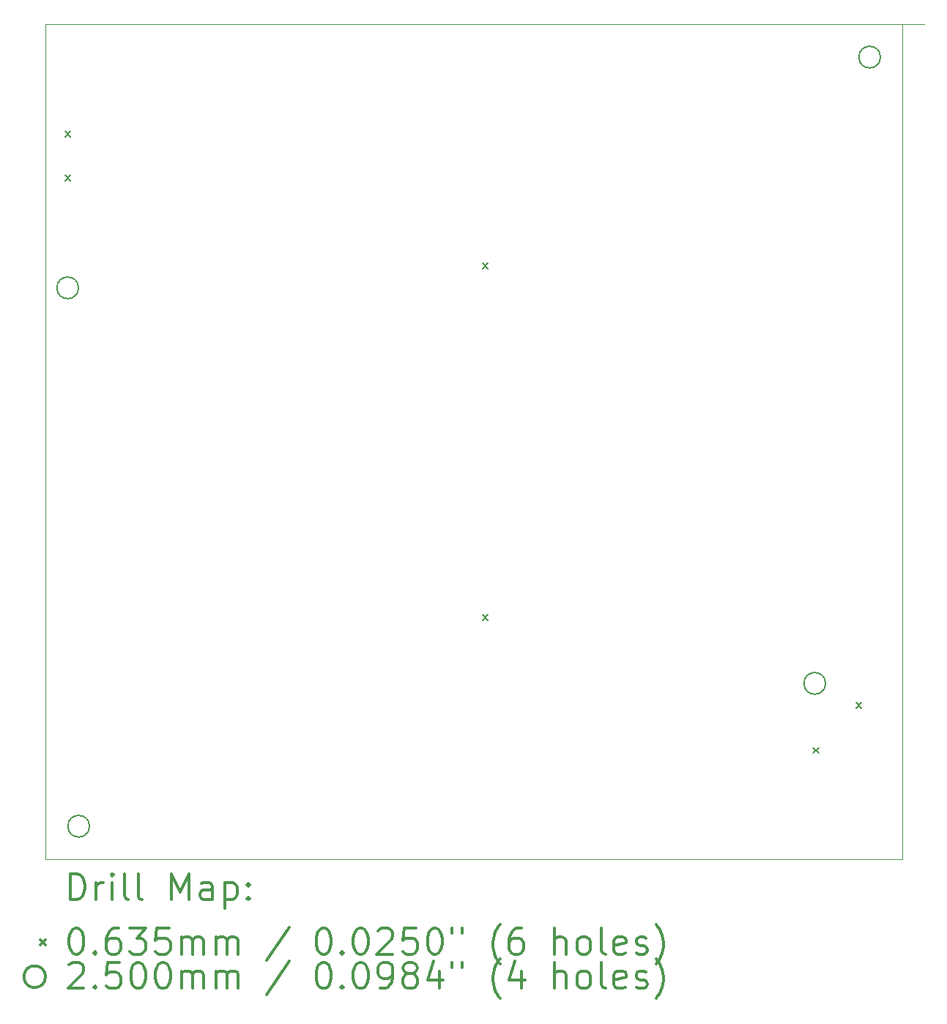
<source format=gbr>
%FSLAX45Y45*%
G04 Gerber Fmt 4.5, Leading zero omitted, Abs format (unit mm)*
G04 Created by KiCad (PCBNEW (5.1.12)-1) date 2021-11-29 17:29:29*
%MOMM*%
%LPD*%
G01*
G04 APERTURE LIST*
%TA.AperFunction,Profile*%
%ADD10C,0.050000*%
%TD*%
%ADD11C,0.200000*%
%ADD12C,0.300000*%
G04 APERTURE END LIST*
D10*
X14986000Y-12192000D02*
X14986000Y-2540000D01*
X5080000Y-12192000D02*
X14986000Y-12192000D01*
X15036800Y-2540000D02*
X15240000Y-2540000D01*
X15036800Y-2540000D02*
X5080000Y-2540000D01*
X5080000Y-2540000D02*
X5080000Y-12192000D01*
D11*
X5302250Y-3778250D02*
X5365750Y-3841750D01*
X5365750Y-3778250D02*
X5302250Y-3841750D01*
X5302250Y-4286250D02*
X5365750Y-4349750D01*
X5365750Y-4286250D02*
X5302250Y-4349750D01*
X10128250Y-5302250D02*
X10191750Y-5365750D01*
X10191750Y-5302250D02*
X10128250Y-5365750D01*
X10128250Y-9366250D02*
X10191750Y-9429750D01*
X10191750Y-9366250D02*
X10128250Y-9429750D01*
X13952250Y-10904250D02*
X14015750Y-10967750D01*
X14015750Y-10904250D02*
X13952250Y-10967750D01*
X14446250Y-10382250D02*
X14509750Y-10445750D01*
X14509750Y-10382250D02*
X14446250Y-10445750D01*
X5459000Y-5588000D02*
G75*
G03*
X5459000Y-5588000I-125000J0D01*
G01*
X5586000Y-11811000D02*
G75*
G03*
X5586000Y-11811000I-125000J0D01*
G01*
X14095000Y-10160000D02*
G75*
G03*
X14095000Y-10160000I-125000J0D01*
G01*
X14730000Y-2921000D02*
G75*
G03*
X14730000Y-2921000I-125000J0D01*
G01*
D12*
X5363928Y-12660214D02*
X5363928Y-12360214D01*
X5435357Y-12360214D01*
X5478214Y-12374500D01*
X5506786Y-12403071D01*
X5521071Y-12431643D01*
X5535357Y-12488786D01*
X5535357Y-12531643D01*
X5521071Y-12588786D01*
X5506786Y-12617357D01*
X5478214Y-12645929D01*
X5435357Y-12660214D01*
X5363928Y-12660214D01*
X5663928Y-12660214D02*
X5663928Y-12460214D01*
X5663928Y-12517357D02*
X5678214Y-12488786D01*
X5692500Y-12474500D01*
X5721071Y-12460214D01*
X5749643Y-12460214D01*
X5849643Y-12660214D02*
X5849643Y-12460214D01*
X5849643Y-12360214D02*
X5835357Y-12374500D01*
X5849643Y-12388786D01*
X5863928Y-12374500D01*
X5849643Y-12360214D01*
X5849643Y-12388786D01*
X6035357Y-12660214D02*
X6006786Y-12645929D01*
X5992500Y-12617357D01*
X5992500Y-12360214D01*
X6192500Y-12660214D02*
X6163928Y-12645929D01*
X6149643Y-12617357D01*
X6149643Y-12360214D01*
X6535357Y-12660214D02*
X6535357Y-12360214D01*
X6635357Y-12574500D01*
X6735357Y-12360214D01*
X6735357Y-12660214D01*
X7006786Y-12660214D02*
X7006786Y-12503071D01*
X6992500Y-12474500D01*
X6963928Y-12460214D01*
X6906786Y-12460214D01*
X6878214Y-12474500D01*
X7006786Y-12645929D02*
X6978214Y-12660214D01*
X6906786Y-12660214D01*
X6878214Y-12645929D01*
X6863928Y-12617357D01*
X6863928Y-12588786D01*
X6878214Y-12560214D01*
X6906786Y-12545929D01*
X6978214Y-12545929D01*
X7006786Y-12531643D01*
X7149643Y-12460214D02*
X7149643Y-12760214D01*
X7149643Y-12474500D02*
X7178214Y-12460214D01*
X7235357Y-12460214D01*
X7263928Y-12474500D01*
X7278214Y-12488786D01*
X7292500Y-12517357D01*
X7292500Y-12603071D01*
X7278214Y-12631643D01*
X7263928Y-12645929D01*
X7235357Y-12660214D01*
X7178214Y-12660214D01*
X7149643Y-12645929D01*
X7421071Y-12631643D02*
X7435357Y-12645929D01*
X7421071Y-12660214D01*
X7406786Y-12645929D01*
X7421071Y-12631643D01*
X7421071Y-12660214D01*
X7421071Y-12474500D02*
X7435357Y-12488786D01*
X7421071Y-12503071D01*
X7406786Y-12488786D01*
X7421071Y-12474500D01*
X7421071Y-12503071D01*
X5014000Y-13122750D02*
X5077500Y-13186250D01*
X5077500Y-13122750D02*
X5014000Y-13186250D01*
X5421071Y-12990214D02*
X5449643Y-12990214D01*
X5478214Y-13004500D01*
X5492500Y-13018786D01*
X5506786Y-13047357D01*
X5521071Y-13104500D01*
X5521071Y-13175929D01*
X5506786Y-13233071D01*
X5492500Y-13261643D01*
X5478214Y-13275929D01*
X5449643Y-13290214D01*
X5421071Y-13290214D01*
X5392500Y-13275929D01*
X5378214Y-13261643D01*
X5363928Y-13233071D01*
X5349643Y-13175929D01*
X5349643Y-13104500D01*
X5363928Y-13047357D01*
X5378214Y-13018786D01*
X5392500Y-13004500D01*
X5421071Y-12990214D01*
X5649643Y-13261643D02*
X5663928Y-13275929D01*
X5649643Y-13290214D01*
X5635357Y-13275929D01*
X5649643Y-13261643D01*
X5649643Y-13290214D01*
X5921071Y-12990214D02*
X5863928Y-12990214D01*
X5835357Y-13004500D01*
X5821071Y-13018786D01*
X5792500Y-13061643D01*
X5778214Y-13118786D01*
X5778214Y-13233071D01*
X5792500Y-13261643D01*
X5806786Y-13275929D01*
X5835357Y-13290214D01*
X5892500Y-13290214D01*
X5921071Y-13275929D01*
X5935357Y-13261643D01*
X5949643Y-13233071D01*
X5949643Y-13161643D01*
X5935357Y-13133071D01*
X5921071Y-13118786D01*
X5892500Y-13104500D01*
X5835357Y-13104500D01*
X5806786Y-13118786D01*
X5792500Y-13133071D01*
X5778214Y-13161643D01*
X6049643Y-12990214D02*
X6235357Y-12990214D01*
X6135357Y-13104500D01*
X6178214Y-13104500D01*
X6206786Y-13118786D01*
X6221071Y-13133071D01*
X6235357Y-13161643D01*
X6235357Y-13233071D01*
X6221071Y-13261643D01*
X6206786Y-13275929D01*
X6178214Y-13290214D01*
X6092500Y-13290214D01*
X6063928Y-13275929D01*
X6049643Y-13261643D01*
X6506786Y-12990214D02*
X6363928Y-12990214D01*
X6349643Y-13133071D01*
X6363928Y-13118786D01*
X6392500Y-13104500D01*
X6463928Y-13104500D01*
X6492500Y-13118786D01*
X6506786Y-13133071D01*
X6521071Y-13161643D01*
X6521071Y-13233071D01*
X6506786Y-13261643D01*
X6492500Y-13275929D01*
X6463928Y-13290214D01*
X6392500Y-13290214D01*
X6363928Y-13275929D01*
X6349643Y-13261643D01*
X6649643Y-13290214D02*
X6649643Y-13090214D01*
X6649643Y-13118786D02*
X6663928Y-13104500D01*
X6692500Y-13090214D01*
X6735357Y-13090214D01*
X6763928Y-13104500D01*
X6778214Y-13133071D01*
X6778214Y-13290214D01*
X6778214Y-13133071D02*
X6792500Y-13104500D01*
X6821071Y-13090214D01*
X6863928Y-13090214D01*
X6892500Y-13104500D01*
X6906786Y-13133071D01*
X6906786Y-13290214D01*
X7049643Y-13290214D02*
X7049643Y-13090214D01*
X7049643Y-13118786D02*
X7063928Y-13104500D01*
X7092500Y-13090214D01*
X7135357Y-13090214D01*
X7163928Y-13104500D01*
X7178214Y-13133071D01*
X7178214Y-13290214D01*
X7178214Y-13133071D02*
X7192500Y-13104500D01*
X7221071Y-13090214D01*
X7263928Y-13090214D01*
X7292500Y-13104500D01*
X7306786Y-13133071D01*
X7306786Y-13290214D01*
X7892500Y-12975929D02*
X7635357Y-13361643D01*
X8278214Y-12990214D02*
X8306786Y-12990214D01*
X8335357Y-13004500D01*
X8349643Y-13018786D01*
X8363928Y-13047357D01*
X8378214Y-13104500D01*
X8378214Y-13175929D01*
X8363928Y-13233071D01*
X8349643Y-13261643D01*
X8335357Y-13275929D01*
X8306786Y-13290214D01*
X8278214Y-13290214D01*
X8249643Y-13275929D01*
X8235357Y-13261643D01*
X8221071Y-13233071D01*
X8206786Y-13175929D01*
X8206786Y-13104500D01*
X8221071Y-13047357D01*
X8235357Y-13018786D01*
X8249643Y-13004500D01*
X8278214Y-12990214D01*
X8506786Y-13261643D02*
X8521071Y-13275929D01*
X8506786Y-13290214D01*
X8492500Y-13275929D01*
X8506786Y-13261643D01*
X8506786Y-13290214D01*
X8706786Y-12990214D02*
X8735357Y-12990214D01*
X8763928Y-13004500D01*
X8778214Y-13018786D01*
X8792500Y-13047357D01*
X8806786Y-13104500D01*
X8806786Y-13175929D01*
X8792500Y-13233071D01*
X8778214Y-13261643D01*
X8763928Y-13275929D01*
X8735357Y-13290214D01*
X8706786Y-13290214D01*
X8678214Y-13275929D01*
X8663928Y-13261643D01*
X8649643Y-13233071D01*
X8635357Y-13175929D01*
X8635357Y-13104500D01*
X8649643Y-13047357D01*
X8663928Y-13018786D01*
X8678214Y-13004500D01*
X8706786Y-12990214D01*
X8921071Y-13018786D02*
X8935357Y-13004500D01*
X8963928Y-12990214D01*
X9035357Y-12990214D01*
X9063928Y-13004500D01*
X9078214Y-13018786D01*
X9092500Y-13047357D01*
X9092500Y-13075929D01*
X9078214Y-13118786D01*
X8906786Y-13290214D01*
X9092500Y-13290214D01*
X9363928Y-12990214D02*
X9221071Y-12990214D01*
X9206786Y-13133071D01*
X9221071Y-13118786D01*
X9249643Y-13104500D01*
X9321071Y-13104500D01*
X9349643Y-13118786D01*
X9363928Y-13133071D01*
X9378214Y-13161643D01*
X9378214Y-13233071D01*
X9363928Y-13261643D01*
X9349643Y-13275929D01*
X9321071Y-13290214D01*
X9249643Y-13290214D01*
X9221071Y-13275929D01*
X9206786Y-13261643D01*
X9563928Y-12990214D02*
X9592500Y-12990214D01*
X9621071Y-13004500D01*
X9635357Y-13018786D01*
X9649643Y-13047357D01*
X9663928Y-13104500D01*
X9663928Y-13175929D01*
X9649643Y-13233071D01*
X9635357Y-13261643D01*
X9621071Y-13275929D01*
X9592500Y-13290214D01*
X9563928Y-13290214D01*
X9535357Y-13275929D01*
X9521071Y-13261643D01*
X9506786Y-13233071D01*
X9492500Y-13175929D01*
X9492500Y-13104500D01*
X9506786Y-13047357D01*
X9521071Y-13018786D01*
X9535357Y-13004500D01*
X9563928Y-12990214D01*
X9778214Y-12990214D02*
X9778214Y-13047357D01*
X9892500Y-12990214D02*
X9892500Y-13047357D01*
X10335357Y-13404500D02*
X10321071Y-13390214D01*
X10292500Y-13347357D01*
X10278214Y-13318786D01*
X10263928Y-13275929D01*
X10249643Y-13204500D01*
X10249643Y-13147357D01*
X10263928Y-13075929D01*
X10278214Y-13033071D01*
X10292500Y-13004500D01*
X10321071Y-12961643D01*
X10335357Y-12947357D01*
X10578214Y-12990214D02*
X10521071Y-12990214D01*
X10492500Y-13004500D01*
X10478214Y-13018786D01*
X10449643Y-13061643D01*
X10435357Y-13118786D01*
X10435357Y-13233071D01*
X10449643Y-13261643D01*
X10463928Y-13275929D01*
X10492500Y-13290214D01*
X10549643Y-13290214D01*
X10578214Y-13275929D01*
X10592500Y-13261643D01*
X10606786Y-13233071D01*
X10606786Y-13161643D01*
X10592500Y-13133071D01*
X10578214Y-13118786D01*
X10549643Y-13104500D01*
X10492500Y-13104500D01*
X10463928Y-13118786D01*
X10449643Y-13133071D01*
X10435357Y-13161643D01*
X10963928Y-13290214D02*
X10963928Y-12990214D01*
X11092500Y-13290214D02*
X11092500Y-13133071D01*
X11078214Y-13104500D01*
X11049643Y-13090214D01*
X11006786Y-13090214D01*
X10978214Y-13104500D01*
X10963928Y-13118786D01*
X11278214Y-13290214D02*
X11249643Y-13275929D01*
X11235357Y-13261643D01*
X11221071Y-13233071D01*
X11221071Y-13147357D01*
X11235357Y-13118786D01*
X11249643Y-13104500D01*
X11278214Y-13090214D01*
X11321071Y-13090214D01*
X11349643Y-13104500D01*
X11363928Y-13118786D01*
X11378214Y-13147357D01*
X11378214Y-13233071D01*
X11363928Y-13261643D01*
X11349643Y-13275929D01*
X11321071Y-13290214D01*
X11278214Y-13290214D01*
X11549643Y-13290214D02*
X11521071Y-13275929D01*
X11506786Y-13247357D01*
X11506786Y-12990214D01*
X11778214Y-13275929D02*
X11749643Y-13290214D01*
X11692500Y-13290214D01*
X11663928Y-13275929D01*
X11649643Y-13247357D01*
X11649643Y-13133071D01*
X11663928Y-13104500D01*
X11692500Y-13090214D01*
X11749643Y-13090214D01*
X11778214Y-13104500D01*
X11792500Y-13133071D01*
X11792500Y-13161643D01*
X11649643Y-13190214D01*
X11906786Y-13275929D02*
X11935357Y-13290214D01*
X11992500Y-13290214D01*
X12021071Y-13275929D01*
X12035357Y-13247357D01*
X12035357Y-13233071D01*
X12021071Y-13204500D01*
X11992500Y-13190214D01*
X11949643Y-13190214D01*
X11921071Y-13175929D01*
X11906786Y-13147357D01*
X11906786Y-13133071D01*
X11921071Y-13104500D01*
X11949643Y-13090214D01*
X11992500Y-13090214D01*
X12021071Y-13104500D01*
X12135357Y-13404500D02*
X12149643Y-13390214D01*
X12178214Y-13347357D01*
X12192500Y-13318786D01*
X12206786Y-13275929D01*
X12221071Y-13204500D01*
X12221071Y-13147357D01*
X12206786Y-13075929D01*
X12192500Y-13033071D01*
X12178214Y-13004500D01*
X12149643Y-12961643D01*
X12135357Y-12947357D01*
X5077500Y-13550500D02*
G75*
G03*
X5077500Y-13550500I-125000J0D01*
G01*
X5349643Y-13414786D02*
X5363928Y-13400500D01*
X5392500Y-13386214D01*
X5463928Y-13386214D01*
X5492500Y-13400500D01*
X5506786Y-13414786D01*
X5521071Y-13443357D01*
X5521071Y-13471929D01*
X5506786Y-13514786D01*
X5335357Y-13686214D01*
X5521071Y-13686214D01*
X5649643Y-13657643D02*
X5663928Y-13671929D01*
X5649643Y-13686214D01*
X5635357Y-13671929D01*
X5649643Y-13657643D01*
X5649643Y-13686214D01*
X5935357Y-13386214D02*
X5792500Y-13386214D01*
X5778214Y-13529071D01*
X5792500Y-13514786D01*
X5821071Y-13500500D01*
X5892500Y-13500500D01*
X5921071Y-13514786D01*
X5935357Y-13529071D01*
X5949643Y-13557643D01*
X5949643Y-13629071D01*
X5935357Y-13657643D01*
X5921071Y-13671929D01*
X5892500Y-13686214D01*
X5821071Y-13686214D01*
X5792500Y-13671929D01*
X5778214Y-13657643D01*
X6135357Y-13386214D02*
X6163928Y-13386214D01*
X6192500Y-13400500D01*
X6206786Y-13414786D01*
X6221071Y-13443357D01*
X6235357Y-13500500D01*
X6235357Y-13571929D01*
X6221071Y-13629071D01*
X6206786Y-13657643D01*
X6192500Y-13671929D01*
X6163928Y-13686214D01*
X6135357Y-13686214D01*
X6106786Y-13671929D01*
X6092500Y-13657643D01*
X6078214Y-13629071D01*
X6063928Y-13571929D01*
X6063928Y-13500500D01*
X6078214Y-13443357D01*
X6092500Y-13414786D01*
X6106786Y-13400500D01*
X6135357Y-13386214D01*
X6421071Y-13386214D02*
X6449643Y-13386214D01*
X6478214Y-13400500D01*
X6492500Y-13414786D01*
X6506786Y-13443357D01*
X6521071Y-13500500D01*
X6521071Y-13571929D01*
X6506786Y-13629071D01*
X6492500Y-13657643D01*
X6478214Y-13671929D01*
X6449643Y-13686214D01*
X6421071Y-13686214D01*
X6392500Y-13671929D01*
X6378214Y-13657643D01*
X6363928Y-13629071D01*
X6349643Y-13571929D01*
X6349643Y-13500500D01*
X6363928Y-13443357D01*
X6378214Y-13414786D01*
X6392500Y-13400500D01*
X6421071Y-13386214D01*
X6649643Y-13686214D02*
X6649643Y-13486214D01*
X6649643Y-13514786D02*
X6663928Y-13500500D01*
X6692500Y-13486214D01*
X6735357Y-13486214D01*
X6763928Y-13500500D01*
X6778214Y-13529071D01*
X6778214Y-13686214D01*
X6778214Y-13529071D02*
X6792500Y-13500500D01*
X6821071Y-13486214D01*
X6863928Y-13486214D01*
X6892500Y-13500500D01*
X6906786Y-13529071D01*
X6906786Y-13686214D01*
X7049643Y-13686214D02*
X7049643Y-13486214D01*
X7049643Y-13514786D02*
X7063928Y-13500500D01*
X7092500Y-13486214D01*
X7135357Y-13486214D01*
X7163928Y-13500500D01*
X7178214Y-13529071D01*
X7178214Y-13686214D01*
X7178214Y-13529071D02*
X7192500Y-13500500D01*
X7221071Y-13486214D01*
X7263928Y-13486214D01*
X7292500Y-13500500D01*
X7306786Y-13529071D01*
X7306786Y-13686214D01*
X7892500Y-13371929D02*
X7635357Y-13757643D01*
X8278214Y-13386214D02*
X8306786Y-13386214D01*
X8335357Y-13400500D01*
X8349643Y-13414786D01*
X8363928Y-13443357D01*
X8378214Y-13500500D01*
X8378214Y-13571929D01*
X8363928Y-13629071D01*
X8349643Y-13657643D01*
X8335357Y-13671929D01*
X8306786Y-13686214D01*
X8278214Y-13686214D01*
X8249643Y-13671929D01*
X8235357Y-13657643D01*
X8221071Y-13629071D01*
X8206786Y-13571929D01*
X8206786Y-13500500D01*
X8221071Y-13443357D01*
X8235357Y-13414786D01*
X8249643Y-13400500D01*
X8278214Y-13386214D01*
X8506786Y-13657643D02*
X8521071Y-13671929D01*
X8506786Y-13686214D01*
X8492500Y-13671929D01*
X8506786Y-13657643D01*
X8506786Y-13686214D01*
X8706786Y-13386214D02*
X8735357Y-13386214D01*
X8763928Y-13400500D01*
X8778214Y-13414786D01*
X8792500Y-13443357D01*
X8806786Y-13500500D01*
X8806786Y-13571929D01*
X8792500Y-13629071D01*
X8778214Y-13657643D01*
X8763928Y-13671929D01*
X8735357Y-13686214D01*
X8706786Y-13686214D01*
X8678214Y-13671929D01*
X8663928Y-13657643D01*
X8649643Y-13629071D01*
X8635357Y-13571929D01*
X8635357Y-13500500D01*
X8649643Y-13443357D01*
X8663928Y-13414786D01*
X8678214Y-13400500D01*
X8706786Y-13386214D01*
X8949643Y-13686214D02*
X9006786Y-13686214D01*
X9035357Y-13671929D01*
X9049643Y-13657643D01*
X9078214Y-13614786D01*
X9092500Y-13557643D01*
X9092500Y-13443357D01*
X9078214Y-13414786D01*
X9063928Y-13400500D01*
X9035357Y-13386214D01*
X8978214Y-13386214D01*
X8949643Y-13400500D01*
X8935357Y-13414786D01*
X8921071Y-13443357D01*
X8921071Y-13514786D01*
X8935357Y-13543357D01*
X8949643Y-13557643D01*
X8978214Y-13571929D01*
X9035357Y-13571929D01*
X9063928Y-13557643D01*
X9078214Y-13543357D01*
X9092500Y-13514786D01*
X9263928Y-13514786D02*
X9235357Y-13500500D01*
X9221071Y-13486214D01*
X9206786Y-13457643D01*
X9206786Y-13443357D01*
X9221071Y-13414786D01*
X9235357Y-13400500D01*
X9263928Y-13386214D01*
X9321071Y-13386214D01*
X9349643Y-13400500D01*
X9363928Y-13414786D01*
X9378214Y-13443357D01*
X9378214Y-13457643D01*
X9363928Y-13486214D01*
X9349643Y-13500500D01*
X9321071Y-13514786D01*
X9263928Y-13514786D01*
X9235357Y-13529071D01*
X9221071Y-13543357D01*
X9206786Y-13571929D01*
X9206786Y-13629071D01*
X9221071Y-13657643D01*
X9235357Y-13671929D01*
X9263928Y-13686214D01*
X9321071Y-13686214D01*
X9349643Y-13671929D01*
X9363928Y-13657643D01*
X9378214Y-13629071D01*
X9378214Y-13571929D01*
X9363928Y-13543357D01*
X9349643Y-13529071D01*
X9321071Y-13514786D01*
X9635357Y-13486214D02*
X9635357Y-13686214D01*
X9563928Y-13371929D02*
X9492500Y-13586214D01*
X9678214Y-13586214D01*
X9778214Y-13386214D02*
X9778214Y-13443357D01*
X9892500Y-13386214D02*
X9892500Y-13443357D01*
X10335357Y-13800500D02*
X10321071Y-13786214D01*
X10292500Y-13743357D01*
X10278214Y-13714786D01*
X10263928Y-13671929D01*
X10249643Y-13600500D01*
X10249643Y-13543357D01*
X10263928Y-13471929D01*
X10278214Y-13429071D01*
X10292500Y-13400500D01*
X10321071Y-13357643D01*
X10335357Y-13343357D01*
X10578214Y-13486214D02*
X10578214Y-13686214D01*
X10506786Y-13371929D02*
X10435357Y-13586214D01*
X10621071Y-13586214D01*
X10963928Y-13686214D02*
X10963928Y-13386214D01*
X11092500Y-13686214D02*
X11092500Y-13529071D01*
X11078214Y-13500500D01*
X11049643Y-13486214D01*
X11006786Y-13486214D01*
X10978214Y-13500500D01*
X10963928Y-13514786D01*
X11278214Y-13686214D02*
X11249643Y-13671929D01*
X11235357Y-13657643D01*
X11221071Y-13629071D01*
X11221071Y-13543357D01*
X11235357Y-13514786D01*
X11249643Y-13500500D01*
X11278214Y-13486214D01*
X11321071Y-13486214D01*
X11349643Y-13500500D01*
X11363928Y-13514786D01*
X11378214Y-13543357D01*
X11378214Y-13629071D01*
X11363928Y-13657643D01*
X11349643Y-13671929D01*
X11321071Y-13686214D01*
X11278214Y-13686214D01*
X11549643Y-13686214D02*
X11521071Y-13671929D01*
X11506786Y-13643357D01*
X11506786Y-13386214D01*
X11778214Y-13671929D02*
X11749643Y-13686214D01*
X11692500Y-13686214D01*
X11663928Y-13671929D01*
X11649643Y-13643357D01*
X11649643Y-13529071D01*
X11663928Y-13500500D01*
X11692500Y-13486214D01*
X11749643Y-13486214D01*
X11778214Y-13500500D01*
X11792500Y-13529071D01*
X11792500Y-13557643D01*
X11649643Y-13586214D01*
X11906786Y-13671929D02*
X11935357Y-13686214D01*
X11992500Y-13686214D01*
X12021071Y-13671929D01*
X12035357Y-13643357D01*
X12035357Y-13629071D01*
X12021071Y-13600500D01*
X11992500Y-13586214D01*
X11949643Y-13586214D01*
X11921071Y-13571929D01*
X11906786Y-13543357D01*
X11906786Y-13529071D01*
X11921071Y-13500500D01*
X11949643Y-13486214D01*
X11992500Y-13486214D01*
X12021071Y-13500500D01*
X12135357Y-13800500D02*
X12149643Y-13786214D01*
X12178214Y-13743357D01*
X12192500Y-13714786D01*
X12206786Y-13671929D01*
X12221071Y-13600500D01*
X12221071Y-13543357D01*
X12206786Y-13471929D01*
X12192500Y-13429071D01*
X12178214Y-13400500D01*
X12149643Y-13357643D01*
X12135357Y-13343357D01*
M02*

</source>
